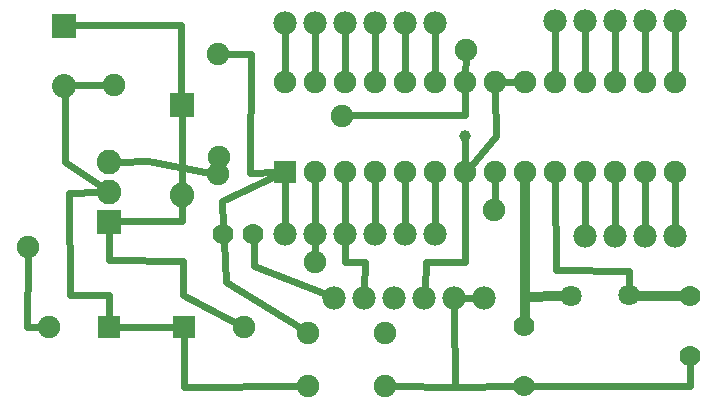
<source format=gbl>
G04 MADE WITH FRITZING*
G04 WWW.FRITZING.ORG*
G04 DOUBLE SIDED*
G04 HOLES PLATED*
G04 CONTOUR ON CENTER OF CONTOUR VECTOR*
%ASAXBY*%
%FSLAX23Y23*%
%MOIN*%
%OFA0B0*%
%SFA1.0B1.0*%
%ADD10C,0.039370*%
%ADD11C,0.075000*%
%ADD12C,0.082000*%
%ADD13C,0.070925*%
%ADD14C,0.070866*%
%ADD15C,0.070000*%
%ADD16C,0.080000*%
%ADD17C,0.075433*%
%ADD18C,0.078000*%
%ADD19R,0.075000X0.075000*%
%ADD20R,0.082000X0.082000*%
%ADD21R,0.080000X0.080000*%
%ADD22C,0.024000*%
%ADD23C,0.032000*%
%LNCOPPER0*%
G90*
G70*
G54D10*
X1529Y891D03*
G54D11*
X342Y257D03*
X142Y257D03*
X592Y257D03*
X792Y257D03*
X1005Y237D03*
X1261Y237D03*
X1005Y59D03*
X1261Y59D03*
G54D12*
X585Y995D03*
X585Y697D03*
X585Y995D03*
X585Y697D03*
X342Y607D03*
X342Y707D03*
X342Y807D03*
G54D11*
X705Y1165D03*
X705Y765D03*
G54D13*
X2075Y361D03*
G54D14*
X1882Y360D03*
G54D15*
X2277Y359D03*
X2277Y159D03*
X823Y567D03*
X723Y567D03*
X1726Y60D03*
X1726Y260D03*
G54D16*
X193Y1260D03*
X193Y1060D03*
G54D17*
X357Y1061D03*
X1626Y647D03*
X1030Y473D03*
X1532Y1180D03*
X1118Y960D03*
G54D11*
X929Y773D03*
X929Y1073D03*
X1029Y773D03*
X1029Y1073D03*
X1129Y773D03*
X1129Y1073D03*
X1229Y773D03*
X1229Y1073D03*
X1329Y773D03*
X1329Y1073D03*
X1429Y773D03*
X1429Y1073D03*
X1529Y773D03*
X1529Y1073D03*
X1629Y773D03*
X1629Y1073D03*
X1729Y773D03*
X1729Y1073D03*
X1829Y773D03*
X1829Y1073D03*
X1929Y773D03*
X1929Y1073D03*
X2029Y773D03*
X2029Y1073D03*
X2129Y773D03*
X2129Y1073D03*
X2229Y773D03*
X2229Y1073D03*
G54D18*
X1093Y354D03*
X1193Y354D03*
X1293Y354D03*
X1393Y354D03*
X1493Y354D03*
X1593Y354D03*
X929Y1270D03*
X1029Y1270D03*
X1129Y1270D03*
X1229Y1270D03*
X1329Y1270D03*
X1429Y1270D03*
X1827Y1276D03*
X1927Y1276D03*
X2027Y1276D03*
X2127Y1276D03*
X2227Y1276D03*
X1928Y559D03*
X2028Y559D03*
X2128Y559D03*
X2228Y559D03*
X929Y565D03*
X1029Y565D03*
X1129Y565D03*
X1229Y565D03*
X1329Y565D03*
X1429Y565D03*
G54D17*
X73Y521D03*
X707Y824D03*
G54D19*
X342Y257D03*
X592Y257D03*
G54D20*
X585Y996D03*
X585Y996D03*
X342Y607D03*
G54D21*
X193Y1260D03*
G54D19*
X929Y773D03*
G54D22*
X733Y407D02*
X725Y541D01*
D02*
X981Y252D02*
X733Y407D01*
D02*
X720Y677D02*
X903Y761D01*
D02*
X722Y593D02*
X720Y677D01*
D02*
X225Y1261D02*
X583Y1262D01*
D02*
X583Y1262D02*
X585Y729D01*
D02*
X225Y1061D02*
X328Y1061D01*
D02*
X194Y1029D02*
X196Y806D01*
D02*
X196Y806D02*
X315Y725D01*
D02*
X210Y703D02*
X212Y362D01*
D02*
X212Y362D02*
X341Y362D01*
D02*
X310Y706D02*
X210Y703D01*
D02*
X341Y362D02*
X341Y286D01*
D02*
X70Y257D02*
X72Y493D01*
D02*
X113Y257D02*
X70Y257D01*
D02*
X587Y477D02*
X343Y479D01*
D02*
X343Y479D02*
X342Y575D01*
D02*
X587Y364D02*
X587Y477D01*
D02*
X766Y270D02*
X587Y364D01*
D02*
X585Y610D02*
X585Y963D01*
D02*
X374Y608D02*
X585Y610D01*
D02*
X370Y257D02*
X563Y257D01*
D02*
X977Y59D02*
X592Y57D01*
D02*
X592Y57D02*
X592Y228D01*
D02*
X1290Y59D02*
X1494Y57D01*
D02*
X1493Y324D02*
X1494Y57D01*
D02*
X1494Y57D02*
X1700Y59D01*
D02*
X1752Y60D02*
X2278Y59D01*
D02*
X2278Y59D02*
X2277Y132D01*
G54D23*
D02*
X1729Y357D02*
X1729Y738D01*
D02*
X1727Y291D02*
X1729Y357D01*
D02*
X1729Y357D02*
X1850Y360D01*
G54D22*
D02*
X2074Y444D02*
X2075Y387D01*
D02*
X1832Y446D02*
X2074Y444D01*
D02*
X1829Y744D02*
X1832Y446D01*
G54D23*
D02*
X2245Y359D02*
X2108Y360D01*
G54D22*
D02*
X1529Y744D02*
X1529Y474D01*
D02*
X1529Y474D02*
X1398Y474D01*
D02*
X1398Y474D02*
X1394Y384D01*
D02*
X1129Y471D02*
X1194Y473D01*
D02*
X1194Y473D02*
X1193Y384D01*
D02*
X1129Y534D02*
X1129Y471D01*
D02*
X825Y460D02*
X1065Y365D01*
D02*
X824Y541D02*
X825Y460D01*
D02*
X1529Y872D02*
X1529Y801D01*
D02*
X374Y807D02*
X472Y808D01*
D02*
X472Y808D02*
X677Y770D01*
D02*
X1629Y1044D02*
X1632Y893D01*
D02*
X1632Y893D02*
X1548Y794D01*
D02*
X2229Y744D02*
X2228Y589D01*
D02*
X2129Y744D02*
X2128Y589D01*
D02*
X2029Y744D02*
X2028Y589D01*
D02*
X1929Y744D02*
X1928Y589D01*
D02*
X2229Y1101D02*
X2228Y1246D01*
D02*
X2129Y1101D02*
X2128Y1246D01*
D02*
X2029Y1101D02*
X2028Y1246D01*
D02*
X1929Y1101D02*
X1928Y1246D01*
D02*
X1829Y1101D02*
X1828Y1246D01*
D02*
X1531Y1151D02*
X1530Y1101D01*
D02*
X1628Y744D02*
X1627Y676D01*
D02*
X1429Y744D02*
X1429Y595D01*
D02*
X1329Y744D02*
X1329Y595D01*
D02*
X1229Y744D02*
X1229Y595D01*
D02*
X1129Y744D02*
X1129Y595D01*
D02*
X1029Y744D02*
X1029Y595D01*
D02*
X929Y595D02*
X929Y744D01*
D02*
X814Y1166D02*
X812Y770D01*
D02*
X812Y770D02*
X900Y772D01*
D02*
X734Y1166D02*
X814Y1166D01*
D02*
X929Y1240D02*
X929Y1101D01*
D02*
X1029Y1240D02*
X1029Y1101D01*
D02*
X1129Y1240D02*
X1129Y1101D01*
D02*
X1229Y1240D02*
X1229Y1101D01*
D02*
X1329Y1240D02*
X1329Y1101D01*
D02*
X1429Y1240D02*
X1429Y1101D01*
D02*
X1700Y1073D02*
X1658Y1073D01*
D02*
X1523Y354D02*
X1563Y354D01*
D02*
X1029Y534D02*
X1030Y501D01*
D02*
X1147Y961D02*
X1529Y964D01*
D02*
X1529Y965D02*
X1529Y1044D01*
G04 End of Copper0*
M02*
</source>
